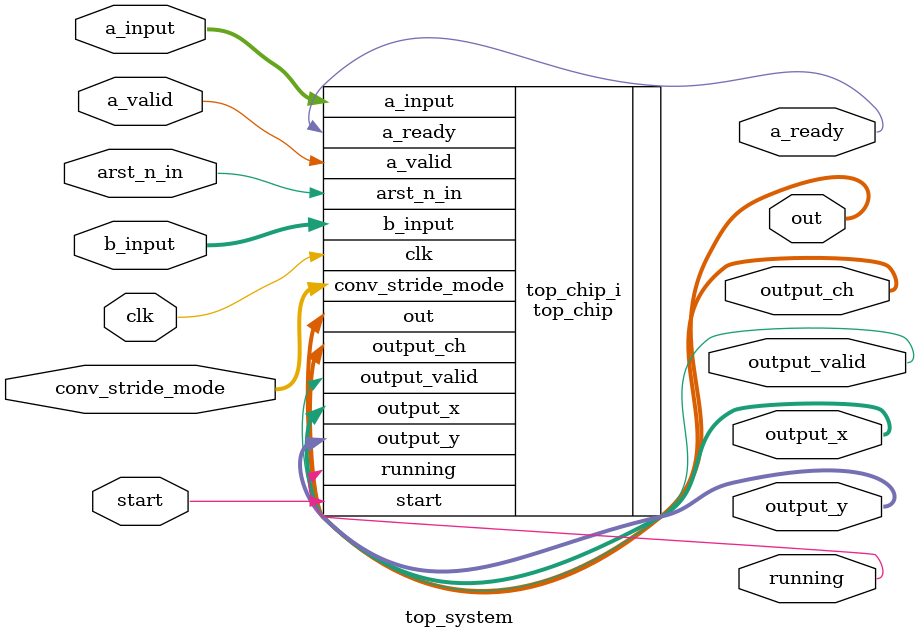
<source format=sv>
module top_system #(
    // these initial values are overwritten by tbench_top
    parameter int IO_DATA_WIDTH = 16,
    parameter int ACCUMULATION_WIDTH = 32,
    parameter int FEATURE_MAP_WIDTH = 1024,
    parameter int FEATURE_MAP_HEIGHT = 1024,
    parameter int INPUT_NB_CHANNELS = 64,
    parameter int OUTPUT_NB_CHANNELS = 64
) (
    input logic clk,
    input logic arst_n_in, //asynchronous reset, active low

    input logic [1:0] conv_stride_mode,
    // Currently support 3 modes:
    // 0: step = 1
    // 1: step = 2
    // 2: step = 4

    //system inputs and outputs
    input logic [IO_DATA_WIDTH-1:0] a_input, 
    input logic [IO_DATA_WIDTH-1:0] b_input, 
    input logic a_valid,
    output logic a_ready,
    

    output logic signed [IO_DATA_WIDTH-1:0] out,
    output logic output_valid,
    output logic [$clog2(FEATURE_MAP_WIDTH)-1:0] output_x,
    output logic [$clog2(FEATURE_MAP_HEIGHT)-1:0] output_y,
    output logic [$clog2(OUTPUT_NB_CHANNELS)-1:0] output_ch,


    input  logic start,
    output logic running
);
  

  top_chip #(
      .IO_DATA_WIDTH(IO_DATA_WIDTH),
      .ACCUMULATION_WIDTH(ACCUMULATION_WIDTH),
      .FEATURE_MAP_WIDTH(FEATURE_MAP_WIDTH),
      .FEATURE_MAP_HEIGHT(FEATURE_MAP_HEIGHT),
      .INPUT_NB_CHANNELS(INPUT_NB_CHANNELS),
      .OUTPUT_NB_CHANNELS(OUTPUT_NB_CHANNELS)
  ) top_chip_i (
      .clk(clk),
      .arst_n_in(arst_n_in),

      .conv_stride_mode(conv_stride_mode),

      .a_input(a_input),
      .b_input(b_input),
      .a_valid(a_valid),
      .a_ready(a_ready),
      

      .out(out),
      .output_valid(output_valid),
      .output_x(output_x),
      .output_y(output_y),
      .output_ch(output_ch),

      .start  (start),
      .running(running)
  );
endmodule

</source>
